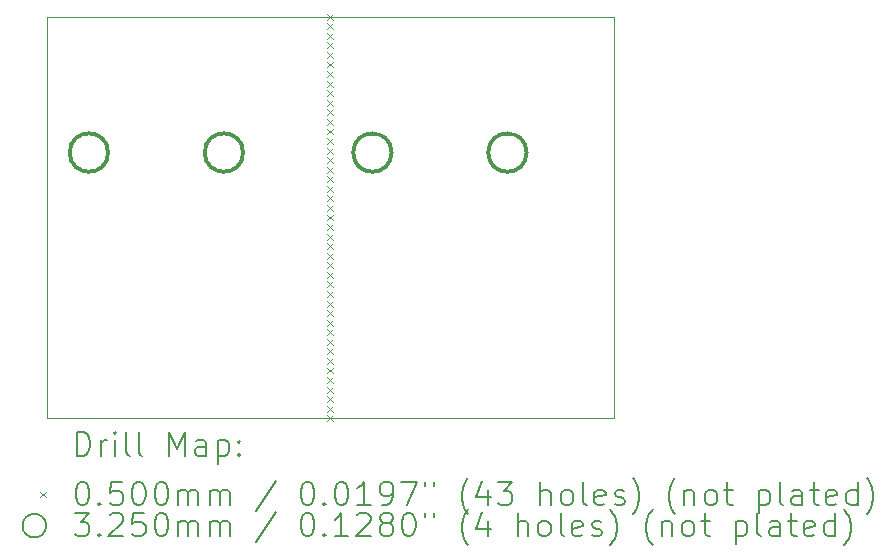
<source format=gbr>
%TF.GenerationSoftware,KiCad,Pcbnew,7.0.10*%
%TF.CreationDate,2025-01-30T23:55:26+01:00*%
%TF.ProjectId,DoublePanel_MouseBites,446f7562-6c65-4506-916e-656c5f4d6f75,rev?*%
%TF.SameCoordinates,Original*%
%TF.FileFunction,Drillmap*%
%TF.FilePolarity,Positive*%
%FSLAX45Y45*%
G04 Gerber Fmt 4.5, Leading zero omitted, Abs format (unit mm)*
G04 Created by KiCad (PCBNEW 7.0.10) date 2025-01-30 23:55:26*
%MOMM*%
%LPD*%
G01*
G04 APERTURE LIST*
%ADD10C,0.100000*%
%ADD11C,0.200000*%
%ADD12C,0.325000*%
G04 APERTURE END LIST*
D10*
X12450611Y-2000000D02*
X12450110Y-2000012D01*
X17249890Y-2000012D02*
X17249389Y-2000000D01*
X17250000Y-2000611D02*
X17249988Y-2000110D01*
X17250000Y-5399386D02*
X17250000Y-2000614D01*
X12450110Y-5399988D02*
X12450611Y-5400000D01*
X17249389Y-5400000D02*
X17249890Y-5399988D01*
X17249386Y-2000000D02*
X12450614Y-2000000D01*
X12450012Y-2000110D02*
X12450000Y-2000611D01*
X12450000Y-2000614D02*
X12450000Y-5399386D01*
X12450000Y-5399389D02*
X12450012Y-5399890D01*
X17249988Y-5399890D02*
X17250000Y-5399389D01*
X12450614Y-5400000D02*
X17249386Y-5400000D01*
D11*
D10*
X14825000Y-1975000D02*
X14875000Y-2025000D01*
X14875000Y-1975000D02*
X14825000Y-2025000D01*
X14825000Y-2055952D02*
X14875000Y-2105952D01*
X14875000Y-2055952D02*
X14825000Y-2105952D01*
X14825000Y-2136905D02*
X14875000Y-2186905D01*
X14875000Y-2136905D02*
X14825000Y-2186905D01*
X14825000Y-2217857D02*
X14875000Y-2267857D01*
X14875000Y-2217857D02*
X14825000Y-2267857D01*
X14825000Y-2298810D02*
X14875000Y-2348810D01*
X14875000Y-2298810D02*
X14825000Y-2348810D01*
X14825000Y-2379762D02*
X14875000Y-2429762D01*
X14875000Y-2379762D02*
X14825000Y-2429762D01*
X14825000Y-2460714D02*
X14875000Y-2510714D01*
X14875000Y-2460714D02*
X14825000Y-2510714D01*
X14825000Y-2541667D02*
X14875000Y-2591667D01*
X14875000Y-2541667D02*
X14825000Y-2591667D01*
X14825000Y-2622619D02*
X14875000Y-2672619D01*
X14875000Y-2622619D02*
X14825000Y-2672619D01*
X14825000Y-2703572D02*
X14875000Y-2753572D01*
X14875000Y-2703572D02*
X14825000Y-2753572D01*
X14825000Y-2784524D02*
X14875000Y-2834524D01*
X14875000Y-2784524D02*
X14825000Y-2834524D01*
X14825000Y-2865476D02*
X14875000Y-2915476D01*
X14875000Y-2865476D02*
X14825000Y-2915476D01*
X14825000Y-2946429D02*
X14875000Y-2996429D01*
X14875000Y-2946429D02*
X14825000Y-2996429D01*
X14825000Y-3027381D02*
X14875000Y-3077381D01*
X14875000Y-3027381D02*
X14825000Y-3077381D01*
X14825000Y-3108333D02*
X14875000Y-3158333D01*
X14875000Y-3108333D02*
X14825000Y-3158333D01*
X14825000Y-3189286D02*
X14875000Y-3239286D01*
X14875000Y-3189286D02*
X14825000Y-3239286D01*
X14825000Y-3270238D02*
X14875000Y-3320238D01*
X14875000Y-3270238D02*
X14825000Y-3320238D01*
X14825000Y-3351190D02*
X14875000Y-3401190D01*
X14875000Y-3351190D02*
X14825000Y-3401190D01*
X14825000Y-3432143D02*
X14875000Y-3482143D01*
X14875000Y-3432143D02*
X14825000Y-3482143D01*
X14825000Y-3513095D02*
X14875000Y-3563095D01*
X14875000Y-3513095D02*
X14825000Y-3563095D01*
X14825000Y-3594048D02*
X14875000Y-3644048D01*
X14875000Y-3594048D02*
X14825000Y-3644048D01*
X14825000Y-3675000D02*
X14875000Y-3725000D01*
X14875000Y-3675000D02*
X14825000Y-3725000D01*
X14825000Y-3755952D02*
X14875000Y-3805952D01*
X14875000Y-3755952D02*
X14825000Y-3805952D01*
X14825000Y-3836905D02*
X14875000Y-3886905D01*
X14875000Y-3836905D02*
X14825000Y-3886905D01*
X14825000Y-3917857D02*
X14875000Y-3967857D01*
X14875000Y-3917857D02*
X14825000Y-3967857D01*
X14825000Y-3998809D02*
X14875000Y-4048809D01*
X14875000Y-3998809D02*
X14825000Y-4048809D01*
X14825000Y-4079762D02*
X14875000Y-4129762D01*
X14875000Y-4079762D02*
X14825000Y-4129762D01*
X14825000Y-4160714D02*
X14875000Y-4210714D01*
X14875000Y-4160714D02*
X14825000Y-4210714D01*
X14825000Y-4241667D02*
X14875000Y-4291667D01*
X14875000Y-4241667D02*
X14825000Y-4291667D01*
X14825000Y-4322619D02*
X14875000Y-4372619D01*
X14875000Y-4322619D02*
X14825000Y-4372619D01*
X14825000Y-4403571D02*
X14875000Y-4453571D01*
X14875000Y-4403571D02*
X14825000Y-4453571D01*
X14825000Y-4484524D02*
X14875000Y-4534524D01*
X14875000Y-4484524D02*
X14825000Y-4534524D01*
X14825000Y-4565476D02*
X14875000Y-4615476D01*
X14875000Y-4565476D02*
X14825000Y-4615476D01*
X14825000Y-4646429D02*
X14875000Y-4696429D01*
X14875000Y-4646429D02*
X14825000Y-4696429D01*
X14825000Y-4727381D02*
X14875000Y-4777381D01*
X14875000Y-4727381D02*
X14825000Y-4777381D01*
X14825000Y-4808333D02*
X14875000Y-4858333D01*
X14875000Y-4808333D02*
X14825000Y-4858333D01*
X14825000Y-4889286D02*
X14875000Y-4939286D01*
X14875000Y-4889286D02*
X14825000Y-4939286D01*
X14825000Y-4970238D02*
X14875000Y-5020238D01*
X14875000Y-4970238D02*
X14825000Y-5020238D01*
X14825000Y-5051190D02*
X14875000Y-5101190D01*
X14875000Y-5051190D02*
X14825000Y-5101190D01*
X14825000Y-5132143D02*
X14875000Y-5182143D01*
X14875000Y-5132143D02*
X14825000Y-5182143D01*
X14825000Y-5213095D02*
X14875000Y-5263095D01*
X14875000Y-5213095D02*
X14825000Y-5263095D01*
X14825000Y-5294048D02*
X14875000Y-5344048D01*
X14875000Y-5294048D02*
X14825000Y-5344048D01*
X14825000Y-5375000D02*
X14875000Y-5425000D01*
X14875000Y-5375000D02*
X14825000Y-5425000D01*
D12*
X12969500Y-3150000D02*
G75*
G03*
X12644500Y-3150000I-162500J0D01*
G01*
X12644500Y-3150000D02*
G75*
G03*
X12969500Y-3150000I162500J0D01*
G01*
X14112500Y-3150000D02*
G75*
G03*
X13787500Y-3150000I-162500J0D01*
G01*
X13787500Y-3150000D02*
G75*
G03*
X14112500Y-3150000I162500J0D01*
G01*
X15369500Y-3150000D02*
G75*
G03*
X15044500Y-3150000I-162500J0D01*
G01*
X15044500Y-3150000D02*
G75*
G03*
X15369500Y-3150000I162500J0D01*
G01*
X16512500Y-3150000D02*
G75*
G03*
X16187500Y-3150000I-162500J0D01*
G01*
X16187500Y-3150000D02*
G75*
G03*
X16512500Y-3150000I162500J0D01*
G01*
D11*
X12705777Y-5716484D02*
X12705777Y-5516484D01*
X12705777Y-5516484D02*
X12753396Y-5516484D01*
X12753396Y-5516484D02*
X12781967Y-5526008D01*
X12781967Y-5526008D02*
X12801015Y-5545055D01*
X12801015Y-5545055D02*
X12810539Y-5564103D01*
X12810539Y-5564103D02*
X12820062Y-5602198D01*
X12820062Y-5602198D02*
X12820062Y-5630769D01*
X12820062Y-5630769D02*
X12810539Y-5668865D01*
X12810539Y-5668865D02*
X12801015Y-5687912D01*
X12801015Y-5687912D02*
X12781967Y-5706960D01*
X12781967Y-5706960D02*
X12753396Y-5716484D01*
X12753396Y-5716484D02*
X12705777Y-5716484D01*
X12905777Y-5716484D02*
X12905777Y-5583150D01*
X12905777Y-5621246D02*
X12915301Y-5602198D01*
X12915301Y-5602198D02*
X12924824Y-5592674D01*
X12924824Y-5592674D02*
X12943872Y-5583150D01*
X12943872Y-5583150D02*
X12962920Y-5583150D01*
X13029586Y-5716484D02*
X13029586Y-5583150D01*
X13029586Y-5516484D02*
X13020062Y-5526008D01*
X13020062Y-5526008D02*
X13029586Y-5535531D01*
X13029586Y-5535531D02*
X13039110Y-5526008D01*
X13039110Y-5526008D02*
X13029586Y-5516484D01*
X13029586Y-5516484D02*
X13029586Y-5535531D01*
X13153396Y-5716484D02*
X13134348Y-5706960D01*
X13134348Y-5706960D02*
X13124824Y-5687912D01*
X13124824Y-5687912D02*
X13124824Y-5516484D01*
X13258158Y-5716484D02*
X13239110Y-5706960D01*
X13239110Y-5706960D02*
X13229586Y-5687912D01*
X13229586Y-5687912D02*
X13229586Y-5516484D01*
X13486729Y-5716484D02*
X13486729Y-5516484D01*
X13486729Y-5516484D02*
X13553396Y-5659341D01*
X13553396Y-5659341D02*
X13620062Y-5516484D01*
X13620062Y-5516484D02*
X13620062Y-5716484D01*
X13801015Y-5716484D02*
X13801015Y-5611722D01*
X13801015Y-5611722D02*
X13791491Y-5592674D01*
X13791491Y-5592674D02*
X13772443Y-5583150D01*
X13772443Y-5583150D02*
X13734348Y-5583150D01*
X13734348Y-5583150D02*
X13715301Y-5592674D01*
X13801015Y-5706960D02*
X13781967Y-5716484D01*
X13781967Y-5716484D02*
X13734348Y-5716484D01*
X13734348Y-5716484D02*
X13715301Y-5706960D01*
X13715301Y-5706960D02*
X13705777Y-5687912D01*
X13705777Y-5687912D02*
X13705777Y-5668865D01*
X13705777Y-5668865D02*
X13715301Y-5649817D01*
X13715301Y-5649817D02*
X13734348Y-5640293D01*
X13734348Y-5640293D02*
X13781967Y-5640293D01*
X13781967Y-5640293D02*
X13801015Y-5630769D01*
X13896253Y-5583150D02*
X13896253Y-5783150D01*
X13896253Y-5592674D02*
X13915301Y-5583150D01*
X13915301Y-5583150D02*
X13953396Y-5583150D01*
X13953396Y-5583150D02*
X13972443Y-5592674D01*
X13972443Y-5592674D02*
X13981967Y-5602198D01*
X13981967Y-5602198D02*
X13991491Y-5621246D01*
X13991491Y-5621246D02*
X13991491Y-5678388D01*
X13991491Y-5678388D02*
X13981967Y-5697436D01*
X13981967Y-5697436D02*
X13972443Y-5706960D01*
X13972443Y-5706960D02*
X13953396Y-5716484D01*
X13953396Y-5716484D02*
X13915301Y-5716484D01*
X13915301Y-5716484D02*
X13896253Y-5706960D01*
X14077205Y-5697436D02*
X14086729Y-5706960D01*
X14086729Y-5706960D02*
X14077205Y-5716484D01*
X14077205Y-5716484D02*
X14067682Y-5706960D01*
X14067682Y-5706960D02*
X14077205Y-5697436D01*
X14077205Y-5697436D02*
X14077205Y-5716484D01*
X14077205Y-5592674D02*
X14086729Y-5602198D01*
X14086729Y-5602198D02*
X14077205Y-5611722D01*
X14077205Y-5611722D02*
X14067682Y-5602198D01*
X14067682Y-5602198D02*
X14077205Y-5592674D01*
X14077205Y-5592674D02*
X14077205Y-5611722D01*
D10*
X12395000Y-6020000D02*
X12445000Y-6070000D01*
X12445000Y-6020000D02*
X12395000Y-6070000D01*
D11*
X12743872Y-5936484D02*
X12762920Y-5936484D01*
X12762920Y-5936484D02*
X12781967Y-5946008D01*
X12781967Y-5946008D02*
X12791491Y-5955531D01*
X12791491Y-5955531D02*
X12801015Y-5974579D01*
X12801015Y-5974579D02*
X12810539Y-6012674D01*
X12810539Y-6012674D02*
X12810539Y-6060293D01*
X12810539Y-6060293D02*
X12801015Y-6098388D01*
X12801015Y-6098388D02*
X12791491Y-6117436D01*
X12791491Y-6117436D02*
X12781967Y-6126960D01*
X12781967Y-6126960D02*
X12762920Y-6136484D01*
X12762920Y-6136484D02*
X12743872Y-6136484D01*
X12743872Y-6136484D02*
X12724824Y-6126960D01*
X12724824Y-6126960D02*
X12715301Y-6117436D01*
X12715301Y-6117436D02*
X12705777Y-6098388D01*
X12705777Y-6098388D02*
X12696253Y-6060293D01*
X12696253Y-6060293D02*
X12696253Y-6012674D01*
X12696253Y-6012674D02*
X12705777Y-5974579D01*
X12705777Y-5974579D02*
X12715301Y-5955531D01*
X12715301Y-5955531D02*
X12724824Y-5946008D01*
X12724824Y-5946008D02*
X12743872Y-5936484D01*
X12896253Y-6117436D02*
X12905777Y-6126960D01*
X12905777Y-6126960D02*
X12896253Y-6136484D01*
X12896253Y-6136484D02*
X12886729Y-6126960D01*
X12886729Y-6126960D02*
X12896253Y-6117436D01*
X12896253Y-6117436D02*
X12896253Y-6136484D01*
X13086729Y-5936484D02*
X12991491Y-5936484D01*
X12991491Y-5936484D02*
X12981967Y-6031722D01*
X12981967Y-6031722D02*
X12991491Y-6022198D01*
X12991491Y-6022198D02*
X13010539Y-6012674D01*
X13010539Y-6012674D02*
X13058158Y-6012674D01*
X13058158Y-6012674D02*
X13077205Y-6022198D01*
X13077205Y-6022198D02*
X13086729Y-6031722D01*
X13086729Y-6031722D02*
X13096253Y-6050769D01*
X13096253Y-6050769D02*
X13096253Y-6098388D01*
X13096253Y-6098388D02*
X13086729Y-6117436D01*
X13086729Y-6117436D02*
X13077205Y-6126960D01*
X13077205Y-6126960D02*
X13058158Y-6136484D01*
X13058158Y-6136484D02*
X13010539Y-6136484D01*
X13010539Y-6136484D02*
X12991491Y-6126960D01*
X12991491Y-6126960D02*
X12981967Y-6117436D01*
X13220062Y-5936484D02*
X13239110Y-5936484D01*
X13239110Y-5936484D02*
X13258158Y-5946008D01*
X13258158Y-5946008D02*
X13267682Y-5955531D01*
X13267682Y-5955531D02*
X13277205Y-5974579D01*
X13277205Y-5974579D02*
X13286729Y-6012674D01*
X13286729Y-6012674D02*
X13286729Y-6060293D01*
X13286729Y-6060293D02*
X13277205Y-6098388D01*
X13277205Y-6098388D02*
X13267682Y-6117436D01*
X13267682Y-6117436D02*
X13258158Y-6126960D01*
X13258158Y-6126960D02*
X13239110Y-6136484D01*
X13239110Y-6136484D02*
X13220062Y-6136484D01*
X13220062Y-6136484D02*
X13201015Y-6126960D01*
X13201015Y-6126960D02*
X13191491Y-6117436D01*
X13191491Y-6117436D02*
X13181967Y-6098388D01*
X13181967Y-6098388D02*
X13172443Y-6060293D01*
X13172443Y-6060293D02*
X13172443Y-6012674D01*
X13172443Y-6012674D02*
X13181967Y-5974579D01*
X13181967Y-5974579D02*
X13191491Y-5955531D01*
X13191491Y-5955531D02*
X13201015Y-5946008D01*
X13201015Y-5946008D02*
X13220062Y-5936484D01*
X13410539Y-5936484D02*
X13429586Y-5936484D01*
X13429586Y-5936484D02*
X13448634Y-5946008D01*
X13448634Y-5946008D02*
X13458158Y-5955531D01*
X13458158Y-5955531D02*
X13467682Y-5974579D01*
X13467682Y-5974579D02*
X13477205Y-6012674D01*
X13477205Y-6012674D02*
X13477205Y-6060293D01*
X13477205Y-6060293D02*
X13467682Y-6098388D01*
X13467682Y-6098388D02*
X13458158Y-6117436D01*
X13458158Y-6117436D02*
X13448634Y-6126960D01*
X13448634Y-6126960D02*
X13429586Y-6136484D01*
X13429586Y-6136484D02*
X13410539Y-6136484D01*
X13410539Y-6136484D02*
X13391491Y-6126960D01*
X13391491Y-6126960D02*
X13381967Y-6117436D01*
X13381967Y-6117436D02*
X13372443Y-6098388D01*
X13372443Y-6098388D02*
X13362920Y-6060293D01*
X13362920Y-6060293D02*
X13362920Y-6012674D01*
X13362920Y-6012674D02*
X13372443Y-5974579D01*
X13372443Y-5974579D02*
X13381967Y-5955531D01*
X13381967Y-5955531D02*
X13391491Y-5946008D01*
X13391491Y-5946008D02*
X13410539Y-5936484D01*
X13562920Y-6136484D02*
X13562920Y-6003150D01*
X13562920Y-6022198D02*
X13572443Y-6012674D01*
X13572443Y-6012674D02*
X13591491Y-6003150D01*
X13591491Y-6003150D02*
X13620063Y-6003150D01*
X13620063Y-6003150D02*
X13639110Y-6012674D01*
X13639110Y-6012674D02*
X13648634Y-6031722D01*
X13648634Y-6031722D02*
X13648634Y-6136484D01*
X13648634Y-6031722D02*
X13658158Y-6012674D01*
X13658158Y-6012674D02*
X13677205Y-6003150D01*
X13677205Y-6003150D02*
X13705777Y-6003150D01*
X13705777Y-6003150D02*
X13724824Y-6012674D01*
X13724824Y-6012674D02*
X13734348Y-6031722D01*
X13734348Y-6031722D02*
X13734348Y-6136484D01*
X13829586Y-6136484D02*
X13829586Y-6003150D01*
X13829586Y-6022198D02*
X13839110Y-6012674D01*
X13839110Y-6012674D02*
X13858158Y-6003150D01*
X13858158Y-6003150D02*
X13886729Y-6003150D01*
X13886729Y-6003150D02*
X13905777Y-6012674D01*
X13905777Y-6012674D02*
X13915301Y-6031722D01*
X13915301Y-6031722D02*
X13915301Y-6136484D01*
X13915301Y-6031722D02*
X13924824Y-6012674D01*
X13924824Y-6012674D02*
X13943872Y-6003150D01*
X13943872Y-6003150D02*
X13972443Y-6003150D01*
X13972443Y-6003150D02*
X13991491Y-6012674D01*
X13991491Y-6012674D02*
X14001015Y-6031722D01*
X14001015Y-6031722D02*
X14001015Y-6136484D01*
X14391491Y-5926960D02*
X14220063Y-6184103D01*
X14648634Y-5936484D02*
X14667682Y-5936484D01*
X14667682Y-5936484D02*
X14686729Y-5946008D01*
X14686729Y-5946008D02*
X14696253Y-5955531D01*
X14696253Y-5955531D02*
X14705777Y-5974579D01*
X14705777Y-5974579D02*
X14715301Y-6012674D01*
X14715301Y-6012674D02*
X14715301Y-6060293D01*
X14715301Y-6060293D02*
X14705777Y-6098388D01*
X14705777Y-6098388D02*
X14696253Y-6117436D01*
X14696253Y-6117436D02*
X14686729Y-6126960D01*
X14686729Y-6126960D02*
X14667682Y-6136484D01*
X14667682Y-6136484D02*
X14648634Y-6136484D01*
X14648634Y-6136484D02*
X14629586Y-6126960D01*
X14629586Y-6126960D02*
X14620063Y-6117436D01*
X14620063Y-6117436D02*
X14610539Y-6098388D01*
X14610539Y-6098388D02*
X14601015Y-6060293D01*
X14601015Y-6060293D02*
X14601015Y-6012674D01*
X14601015Y-6012674D02*
X14610539Y-5974579D01*
X14610539Y-5974579D02*
X14620063Y-5955531D01*
X14620063Y-5955531D02*
X14629586Y-5946008D01*
X14629586Y-5946008D02*
X14648634Y-5936484D01*
X14801015Y-6117436D02*
X14810539Y-6126960D01*
X14810539Y-6126960D02*
X14801015Y-6136484D01*
X14801015Y-6136484D02*
X14791491Y-6126960D01*
X14791491Y-6126960D02*
X14801015Y-6117436D01*
X14801015Y-6117436D02*
X14801015Y-6136484D01*
X14934348Y-5936484D02*
X14953396Y-5936484D01*
X14953396Y-5936484D02*
X14972444Y-5946008D01*
X14972444Y-5946008D02*
X14981967Y-5955531D01*
X14981967Y-5955531D02*
X14991491Y-5974579D01*
X14991491Y-5974579D02*
X15001015Y-6012674D01*
X15001015Y-6012674D02*
X15001015Y-6060293D01*
X15001015Y-6060293D02*
X14991491Y-6098388D01*
X14991491Y-6098388D02*
X14981967Y-6117436D01*
X14981967Y-6117436D02*
X14972444Y-6126960D01*
X14972444Y-6126960D02*
X14953396Y-6136484D01*
X14953396Y-6136484D02*
X14934348Y-6136484D01*
X14934348Y-6136484D02*
X14915301Y-6126960D01*
X14915301Y-6126960D02*
X14905777Y-6117436D01*
X14905777Y-6117436D02*
X14896253Y-6098388D01*
X14896253Y-6098388D02*
X14886729Y-6060293D01*
X14886729Y-6060293D02*
X14886729Y-6012674D01*
X14886729Y-6012674D02*
X14896253Y-5974579D01*
X14896253Y-5974579D02*
X14905777Y-5955531D01*
X14905777Y-5955531D02*
X14915301Y-5946008D01*
X14915301Y-5946008D02*
X14934348Y-5936484D01*
X15191491Y-6136484D02*
X15077206Y-6136484D01*
X15134348Y-6136484D02*
X15134348Y-5936484D01*
X15134348Y-5936484D02*
X15115301Y-5965055D01*
X15115301Y-5965055D02*
X15096253Y-5984103D01*
X15096253Y-5984103D02*
X15077206Y-5993627D01*
X15286729Y-6136484D02*
X15324825Y-6136484D01*
X15324825Y-6136484D02*
X15343872Y-6126960D01*
X15343872Y-6126960D02*
X15353396Y-6117436D01*
X15353396Y-6117436D02*
X15372444Y-6088865D01*
X15372444Y-6088865D02*
X15381967Y-6050769D01*
X15381967Y-6050769D02*
X15381967Y-5974579D01*
X15381967Y-5974579D02*
X15372444Y-5955531D01*
X15372444Y-5955531D02*
X15362920Y-5946008D01*
X15362920Y-5946008D02*
X15343872Y-5936484D01*
X15343872Y-5936484D02*
X15305777Y-5936484D01*
X15305777Y-5936484D02*
X15286729Y-5946008D01*
X15286729Y-5946008D02*
X15277206Y-5955531D01*
X15277206Y-5955531D02*
X15267682Y-5974579D01*
X15267682Y-5974579D02*
X15267682Y-6022198D01*
X15267682Y-6022198D02*
X15277206Y-6041246D01*
X15277206Y-6041246D02*
X15286729Y-6050769D01*
X15286729Y-6050769D02*
X15305777Y-6060293D01*
X15305777Y-6060293D02*
X15343872Y-6060293D01*
X15343872Y-6060293D02*
X15362920Y-6050769D01*
X15362920Y-6050769D02*
X15372444Y-6041246D01*
X15372444Y-6041246D02*
X15381967Y-6022198D01*
X15448634Y-5936484D02*
X15581967Y-5936484D01*
X15581967Y-5936484D02*
X15496253Y-6136484D01*
X15648634Y-5936484D02*
X15648634Y-5974579D01*
X15724825Y-5936484D02*
X15724825Y-5974579D01*
X16020063Y-6212674D02*
X16010539Y-6203150D01*
X16010539Y-6203150D02*
X15991491Y-6174579D01*
X15991491Y-6174579D02*
X15981968Y-6155531D01*
X15981968Y-6155531D02*
X15972444Y-6126960D01*
X15972444Y-6126960D02*
X15962920Y-6079341D01*
X15962920Y-6079341D02*
X15962920Y-6041246D01*
X15962920Y-6041246D02*
X15972444Y-5993627D01*
X15972444Y-5993627D02*
X15981968Y-5965055D01*
X15981968Y-5965055D02*
X15991491Y-5946008D01*
X15991491Y-5946008D02*
X16010539Y-5917436D01*
X16010539Y-5917436D02*
X16020063Y-5907912D01*
X16181968Y-6003150D02*
X16181968Y-6136484D01*
X16134348Y-5926960D02*
X16086729Y-6069817D01*
X16086729Y-6069817D02*
X16210539Y-6069817D01*
X16267682Y-5936484D02*
X16391491Y-5936484D01*
X16391491Y-5936484D02*
X16324825Y-6012674D01*
X16324825Y-6012674D02*
X16353396Y-6012674D01*
X16353396Y-6012674D02*
X16372444Y-6022198D01*
X16372444Y-6022198D02*
X16381968Y-6031722D01*
X16381968Y-6031722D02*
X16391491Y-6050769D01*
X16391491Y-6050769D02*
X16391491Y-6098388D01*
X16391491Y-6098388D02*
X16381968Y-6117436D01*
X16381968Y-6117436D02*
X16372444Y-6126960D01*
X16372444Y-6126960D02*
X16353396Y-6136484D01*
X16353396Y-6136484D02*
X16296253Y-6136484D01*
X16296253Y-6136484D02*
X16277206Y-6126960D01*
X16277206Y-6126960D02*
X16267682Y-6117436D01*
X16629587Y-6136484D02*
X16629587Y-5936484D01*
X16715301Y-6136484D02*
X16715301Y-6031722D01*
X16715301Y-6031722D02*
X16705777Y-6012674D01*
X16705777Y-6012674D02*
X16686730Y-6003150D01*
X16686730Y-6003150D02*
X16658158Y-6003150D01*
X16658158Y-6003150D02*
X16639110Y-6012674D01*
X16639110Y-6012674D02*
X16629587Y-6022198D01*
X16839111Y-6136484D02*
X16820063Y-6126960D01*
X16820063Y-6126960D02*
X16810539Y-6117436D01*
X16810539Y-6117436D02*
X16801015Y-6098388D01*
X16801015Y-6098388D02*
X16801015Y-6041246D01*
X16801015Y-6041246D02*
X16810539Y-6022198D01*
X16810539Y-6022198D02*
X16820063Y-6012674D01*
X16820063Y-6012674D02*
X16839111Y-6003150D01*
X16839111Y-6003150D02*
X16867682Y-6003150D01*
X16867682Y-6003150D02*
X16886730Y-6012674D01*
X16886730Y-6012674D02*
X16896253Y-6022198D01*
X16896253Y-6022198D02*
X16905777Y-6041246D01*
X16905777Y-6041246D02*
X16905777Y-6098388D01*
X16905777Y-6098388D02*
X16896253Y-6117436D01*
X16896253Y-6117436D02*
X16886730Y-6126960D01*
X16886730Y-6126960D02*
X16867682Y-6136484D01*
X16867682Y-6136484D02*
X16839111Y-6136484D01*
X17020063Y-6136484D02*
X17001015Y-6126960D01*
X17001015Y-6126960D02*
X16991492Y-6107912D01*
X16991492Y-6107912D02*
X16991492Y-5936484D01*
X17172444Y-6126960D02*
X17153396Y-6136484D01*
X17153396Y-6136484D02*
X17115301Y-6136484D01*
X17115301Y-6136484D02*
X17096253Y-6126960D01*
X17096253Y-6126960D02*
X17086730Y-6107912D01*
X17086730Y-6107912D02*
X17086730Y-6031722D01*
X17086730Y-6031722D02*
X17096253Y-6012674D01*
X17096253Y-6012674D02*
X17115301Y-6003150D01*
X17115301Y-6003150D02*
X17153396Y-6003150D01*
X17153396Y-6003150D02*
X17172444Y-6012674D01*
X17172444Y-6012674D02*
X17181968Y-6031722D01*
X17181968Y-6031722D02*
X17181968Y-6050769D01*
X17181968Y-6050769D02*
X17086730Y-6069817D01*
X17258158Y-6126960D02*
X17277206Y-6136484D01*
X17277206Y-6136484D02*
X17315301Y-6136484D01*
X17315301Y-6136484D02*
X17334349Y-6126960D01*
X17334349Y-6126960D02*
X17343873Y-6107912D01*
X17343873Y-6107912D02*
X17343873Y-6098388D01*
X17343873Y-6098388D02*
X17334349Y-6079341D01*
X17334349Y-6079341D02*
X17315301Y-6069817D01*
X17315301Y-6069817D02*
X17286730Y-6069817D01*
X17286730Y-6069817D02*
X17267682Y-6060293D01*
X17267682Y-6060293D02*
X17258158Y-6041246D01*
X17258158Y-6041246D02*
X17258158Y-6031722D01*
X17258158Y-6031722D02*
X17267682Y-6012674D01*
X17267682Y-6012674D02*
X17286730Y-6003150D01*
X17286730Y-6003150D02*
X17315301Y-6003150D01*
X17315301Y-6003150D02*
X17334349Y-6012674D01*
X17410539Y-6212674D02*
X17420063Y-6203150D01*
X17420063Y-6203150D02*
X17439111Y-6174579D01*
X17439111Y-6174579D02*
X17448634Y-6155531D01*
X17448634Y-6155531D02*
X17458158Y-6126960D01*
X17458158Y-6126960D02*
X17467682Y-6079341D01*
X17467682Y-6079341D02*
X17467682Y-6041246D01*
X17467682Y-6041246D02*
X17458158Y-5993627D01*
X17458158Y-5993627D02*
X17448634Y-5965055D01*
X17448634Y-5965055D02*
X17439111Y-5946008D01*
X17439111Y-5946008D02*
X17420063Y-5917436D01*
X17420063Y-5917436D02*
X17410539Y-5907912D01*
X17772444Y-6212674D02*
X17762920Y-6203150D01*
X17762920Y-6203150D02*
X17743873Y-6174579D01*
X17743873Y-6174579D02*
X17734349Y-6155531D01*
X17734349Y-6155531D02*
X17724825Y-6126960D01*
X17724825Y-6126960D02*
X17715301Y-6079341D01*
X17715301Y-6079341D02*
X17715301Y-6041246D01*
X17715301Y-6041246D02*
X17724825Y-5993627D01*
X17724825Y-5993627D02*
X17734349Y-5965055D01*
X17734349Y-5965055D02*
X17743873Y-5946008D01*
X17743873Y-5946008D02*
X17762920Y-5917436D01*
X17762920Y-5917436D02*
X17772444Y-5907912D01*
X17848634Y-6003150D02*
X17848634Y-6136484D01*
X17848634Y-6022198D02*
X17858158Y-6012674D01*
X17858158Y-6012674D02*
X17877206Y-6003150D01*
X17877206Y-6003150D02*
X17905777Y-6003150D01*
X17905777Y-6003150D02*
X17924825Y-6012674D01*
X17924825Y-6012674D02*
X17934349Y-6031722D01*
X17934349Y-6031722D02*
X17934349Y-6136484D01*
X18058158Y-6136484D02*
X18039111Y-6126960D01*
X18039111Y-6126960D02*
X18029587Y-6117436D01*
X18029587Y-6117436D02*
X18020063Y-6098388D01*
X18020063Y-6098388D02*
X18020063Y-6041246D01*
X18020063Y-6041246D02*
X18029587Y-6022198D01*
X18029587Y-6022198D02*
X18039111Y-6012674D01*
X18039111Y-6012674D02*
X18058158Y-6003150D01*
X18058158Y-6003150D02*
X18086730Y-6003150D01*
X18086730Y-6003150D02*
X18105777Y-6012674D01*
X18105777Y-6012674D02*
X18115301Y-6022198D01*
X18115301Y-6022198D02*
X18124825Y-6041246D01*
X18124825Y-6041246D02*
X18124825Y-6098388D01*
X18124825Y-6098388D02*
X18115301Y-6117436D01*
X18115301Y-6117436D02*
X18105777Y-6126960D01*
X18105777Y-6126960D02*
X18086730Y-6136484D01*
X18086730Y-6136484D02*
X18058158Y-6136484D01*
X18181968Y-6003150D02*
X18258158Y-6003150D01*
X18210539Y-5936484D02*
X18210539Y-6107912D01*
X18210539Y-6107912D02*
X18220063Y-6126960D01*
X18220063Y-6126960D02*
X18239111Y-6136484D01*
X18239111Y-6136484D02*
X18258158Y-6136484D01*
X18477206Y-6003150D02*
X18477206Y-6203150D01*
X18477206Y-6012674D02*
X18496254Y-6003150D01*
X18496254Y-6003150D02*
X18534349Y-6003150D01*
X18534349Y-6003150D02*
X18553396Y-6012674D01*
X18553396Y-6012674D02*
X18562920Y-6022198D01*
X18562920Y-6022198D02*
X18572444Y-6041246D01*
X18572444Y-6041246D02*
X18572444Y-6098388D01*
X18572444Y-6098388D02*
X18562920Y-6117436D01*
X18562920Y-6117436D02*
X18553396Y-6126960D01*
X18553396Y-6126960D02*
X18534349Y-6136484D01*
X18534349Y-6136484D02*
X18496254Y-6136484D01*
X18496254Y-6136484D02*
X18477206Y-6126960D01*
X18686730Y-6136484D02*
X18667682Y-6126960D01*
X18667682Y-6126960D02*
X18658158Y-6107912D01*
X18658158Y-6107912D02*
X18658158Y-5936484D01*
X18848635Y-6136484D02*
X18848635Y-6031722D01*
X18848635Y-6031722D02*
X18839111Y-6012674D01*
X18839111Y-6012674D02*
X18820063Y-6003150D01*
X18820063Y-6003150D02*
X18781968Y-6003150D01*
X18781968Y-6003150D02*
X18762920Y-6012674D01*
X18848635Y-6126960D02*
X18829587Y-6136484D01*
X18829587Y-6136484D02*
X18781968Y-6136484D01*
X18781968Y-6136484D02*
X18762920Y-6126960D01*
X18762920Y-6126960D02*
X18753396Y-6107912D01*
X18753396Y-6107912D02*
X18753396Y-6088865D01*
X18753396Y-6088865D02*
X18762920Y-6069817D01*
X18762920Y-6069817D02*
X18781968Y-6060293D01*
X18781968Y-6060293D02*
X18829587Y-6060293D01*
X18829587Y-6060293D02*
X18848635Y-6050769D01*
X18915301Y-6003150D02*
X18991492Y-6003150D01*
X18943873Y-5936484D02*
X18943873Y-6107912D01*
X18943873Y-6107912D02*
X18953396Y-6126960D01*
X18953396Y-6126960D02*
X18972444Y-6136484D01*
X18972444Y-6136484D02*
X18991492Y-6136484D01*
X19134349Y-6126960D02*
X19115301Y-6136484D01*
X19115301Y-6136484D02*
X19077206Y-6136484D01*
X19077206Y-6136484D02*
X19058158Y-6126960D01*
X19058158Y-6126960D02*
X19048635Y-6107912D01*
X19048635Y-6107912D02*
X19048635Y-6031722D01*
X19048635Y-6031722D02*
X19058158Y-6012674D01*
X19058158Y-6012674D02*
X19077206Y-6003150D01*
X19077206Y-6003150D02*
X19115301Y-6003150D01*
X19115301Y-6003150D02*
X19134349Y-6012674D01*
X19134349Y-6012674D02*
X19143873Y-6031722D01*
X19143873Y-6031722D02*
X19143873Y-6050769D01*
X19143873Y-6050769D02*
X19048635Y-6069817D01*
X19315301Y-6136484D02*
X19315301Y-5936484D01*
X19315301Y-6126960D02*
X19296254Y-6136484D01*
X19296254Y-6136484D02*
X19258158Y-6136484D01*
X19258158Y-6136484D02*
X19239111Y-6126960D01*
X19239111Y-6126960D02*
X19229587Y-6117436D01*
X19229587Y-6117436D02*
X19220063Y-6098388D01*
X19220063Y-6098388D02*
X19220063Y-6041246D01*
X19220063Y-6041246D02*
X19229587Y-6022198D01*
X19229587Y-6022198D02*
X19239111Y-6012674D01*
X19239111Y-6012674D02*
X19258158Y-6003150D01*
X19258158Y-6003150D02*
X19296254Y-6003150D01*
X19296254Y-6003150D02*
X19315301Y-6012674D01*
X19391492Y-6212674D02*
X19401016Y-6203150D01*
X19401016Y-6203150D02*
X19420063Y-6174579D01*
X19420063Y-6174579D02*
X19429587Y-6155531D01*
X19429587Y-6155531D02*
X19439111Y-6126960D01*
X19439111Y-6126960D02*
X19448635Y-6079341D01*
X19448635Y-6079341D02*
X19448635Y-6041246D01*
X19448635Y-6041246D02*
X19439111Y-5993627D01*
X19439111Y-5993627D02*
X19429587Y-5965055D01*
X19429587Y-5965055D02*
X19420063Y-5946008D01*
X19420063Y-5946008D02*
X19401016Y-5917436D01*
X19401016Y-5917436D02*
X19391492Y-5907912D01*
X12445000Y-6309000D02*
G75*
G03*
X12245000Y-6309000I-100000J0D01*
G01*
X12245000Y-6309000D02*
G75*
G03*
X12445000Y-6309000I100000J0D01*
G01*
X12686729Y-6200484D02*
X12810539Y-6200484D01*
X12810539Y-6200484D02*
X12743872Y-6276674D01*
X12743872Y-6276674D02*
X12772443Y-6276674D01*
X12772443Y-6276674D02*
X12791491Y-6286198D01*
X12791491Y-6286198D02*
X12801015Y-6295722D01*
X12801015Y-6295722D02*
X12810539Y-6314769D01*
X12810539Y-6314769D02*
X12810539Y-6362388D01*
X12810539Y-6362388D02*
X12801015Y-6381436D01*
X12801015Y-6381436D02*
X12791491Y-6390960D01*
X12791491Y-6390960D02*
X12772443Y-6400484D01*
X12772443Y-6400484D02*
X12715301Y-6400484D01*
X12715301Y-6400484D02*
X12696253Y-6390960D01*
X12696253Y-6390960D02*
X12686729Y-6381436D01*
X12896253Y-6381436D02*
X12905777Y-6390960D01*
X12905777Y-6390960D02*
X12896253Y-6400484D01*
X12896253Y-6400484D02*
X12886729Y-6390960D01*
X12886729Y-6390960D02*
X12896253Y-6381436D01*
X12896253Y-6381436D02*
X12896253Y-6400484D01*
X12981967Y-6219531D02*
X12991491Y-6210008D01*
X12991491Y-6210008D02*
X13010539Y-6200484D01*
X13010539Y-6200484D02*
X13058158Y-6200484D01*
X13058158Y-6200484D02*
X13077205Y-6210008D01*
X13077205Y-6210008D02*
X13086729Y-6219531D01*
X13086729Y-6219531D02*
X13096253Y-6238579D01*
X13096253Y-6238579D02*
X13096253Y-6257627D01*
X13096253Y-6257627D02*
X13086729Y-6286198D01*
X13086729Y-6286198D02*
X12972443Y-6400484D01*
X12972443Y-6400484D02*
X13096253Y-6400484D01*
X13277205Y-6200484D02*
X13181967Y-6200484D01*
X13181967Y-6200484D02*
X13172443Y-6295722D01*
X13172443Y-6295722D02*
X13181967Y-6286198D01*
X13181967Y-6286198D02*
X13201015Y-6276674D01*
X13201015Y-6276674D02*
X13248634Y-6276674D01*
X13248634Y-6276674D02*
X13267682Y-6286198D01*
X13267682Y-6286198D02*
X13277205Y-6295722D01*
X13277205Y-6295722D02*
X13286729Y-6314769D01*
X13286729Y-6314769D02*
X13286729Y-6362388D01*
X13286729Y-6362388D02*
X13277205Y-6381436D01*
X13277205Y-6381436D02*
X13267682Y-6390960D01*
X13267682Y-6390960D02*
X13248634Y-6400484D01*
X13248634Y-6400484D02*
X13201015Y-6400484D01*
X13201015Y-6400484D02*
X13181967Y-6390960D01*
X13181967Y-6390960D02*
X13172443Y-6381436D01*
X13410539Y-6200484D02*
X13429586Y-6200484D01*
X13429586Y-6200484D02*
X13448634Y-6210008D01*
X13448634Y-6210008D02*
X13458158Y-6219531D01*
X13458158Y-6219531D02*
X13467682Y-6238579D01*
X13467682Y-6238579D02*
X13477205Y-6276674D01*
X13477205Y-6276674D02*
X13477205Y-6324293D01*
X13477205Y-6324293D02*
X13467682Y-6362388D01*
X13467682Y-6362388D02*
X13458158Y-6381436D01*
X13458158Y-6381436D02*
X13448634Y-6390960D01*
X13448634Y-6390960D02*
X13429586Y-6400484D01*
X13429586Y-6400484D02*
X13410539Y-6400484D01*
X13410539Y-6400484D02*
X13391491Y-6390960D01*
X13391491Y-6390960D02*
X13381967Y-6381436D01*
X13381967Y-6381436D02*
X13372443Y-6362388D01*
X13372443Y-6362388D02*
X13362920Y-6324293D01*
X13362920Y-6324293D02*
X13362920Y-6276674D01*
X13362920Y-6276674D02*
X13372443Y-6238579D01*
X13372443Y-6238579D02*
X13381967Y-6219531D01*
X13381967Y-6219531D02*
X13391491Y-6210008D01*
X13391491Y-6210008D02*
X13410539Y-6200484D01*
X13562920Y-6400484D02*
X13562920Y-6267150D01*
X13562920Y-6286198D02*
X13572443Y-6276674D01*
X13572443Y-6276674D02*
X13591491Y-6267150D01*
X13591491Y-6267150D02*
X13620063Y-6267150D01*
X13620063Y-6267150D02*
X13639110Y-6276674D01*
X13639110Y-6276674D02*
X13648634Y-6295722D01*
X13648634Y-6295722D02*
X13648634Y-6400484D01*
X13648634Y-6295722D02*
X13658158Y-6276674D01*
X13658158Y-6276674D02*
X13677205Y-6267150D01*
X13677205Y-6267150D02*
X13705777Y-6267150D01*
X13705777Y-6267150D02*
X13724824Y-6276674D01*
X13724824Y-6276674D02*
X13734348Y-6295722D01*
X13734348Y-6295722D02*
X13734348Y-6400484D01*
X13829586Y-6400484D02*
X13829586Y-6267150D01*
X13829586Y-6286198D02*
X13839110Y-6276674D01*
X13839110Y-6276674D02*
X13858158Y-6267150D01*
X13858158Y-6267150D02*
X13886729Y-6267150D01*
X13886729Y-6267150D02*
X13905777Y-6276674D01*
X13905777Y-6276674D02*
X13915301Y-6295722D01*
X13915301Y-6295722D02*
X13915301Y-6400484D01*
X13915301Y-6295722D02*
X13924824Y-6276674D01*
X13924824Y-6276674D02*
X13943872Y-6267150D01*
X13943872Y-6267150D02*
X13972443Y-6267150D01*
X13972443Y-6267150D02*
X13991491Y-6276674D01*
X13991491Y-6276674D02*
X14001015Y-6295722D01*
X14001015Y-6295722D02*
X14001015Y-6400484D01*
X14391491Y-6190960D02*
X14220063Y-6448103D01*
X14648634Y-6200484D02*
X14667682Y-6200484D01*
X14667682Y-6200484D02*
X14686729Y-6210008D01*
X14686729Y-6210008D02*
X14696253Y-6219531D01*
X14696253Y-6219531D02*
X14705777Y-6238579D01*
X14705777Y-6238579D02*
X14715301Y-6276674D01*
X14715301Y-6276674D02*
X14715301Y-6324293D01*
X14715301Y-6324293D02*
X14705777Y-6362388D01*
X14705777Y-6362388D02*
X14696253Y-6381436D01*
X14696253Y-6381436D02*
X14686729Y-6390960D01*
X14686729Y-6390960D02*
X14667682Y-6400484D01*
X14667682Y-6400484D02*
X14648634Y-6400484D01*
X14648634Y-6400484D02*
X14629586Y-6390960D01*
X14629586Y-6390960D02*
X14620063Y-6381436D01*
X14620063Y-6381436D02*
X14610539Y-6362388D01*
X14610539Y-6362388D02*
X14601015Y-6324293D01*
X14601015Y-6324293D02*
X14601015Y-6276674D01*
X14601015Y-6276674D02*
X14610539Y-6238579D01*
X14610539Y-6238579D02*
X14620063Y-6219531D01*
X14620063Y-6219531D02*
X14629586Y-6210008D01*
X14629586Y-6210008D02*
X14648634Y-6200484D01*
X14801015Y-6381436D02*
X14810539Y-6390960D01*
X14810539Y-6390960D02*
X14801015Y-6400484D01*
X14801015Y-6400484D02*
X14791491Y-6390960D01*
X14791491Y-6390960D02*
X14801015Y-6381436D01*
X14801015Y-6381436D02*
X14801015Y-6400484D01*
X15001015Y-6400484D02*
X14886729Y-6400484D01*
X14943872Y-6400484D02*
X14943872Y-6200484D01*
X14943872Y-6200484D02*
X14924825Y-6229055D01*
X14924825Y-6229055D02*
X14905777Y-6248103D01*
X14905777Y-6248103D02*
X14886729Y-6257627D01*
X15077206Y-6219531D02*
X15086729Y-6210008D01*
X15086729Y-6210008D02*
X15105777Y-6200484D01*
X15105777Y-6200484D02*
X15153396Y-6200484D01*
X15153396Y-6200484D02*
X15172444Y-6210008D01*
X15172444Y-6210008D02*
X15181967Y-6219531D01*
X15181967Y-6219531D02*
X15191491Y-6238579D01*
X15191491Y-6238579D02*
X15191491Y-6257627D01*
X15191491Y-6257627D02*
X15181967Y-6286198D01*
X15181967Y-6286198D02*
X15067682Y-6400484D01*
X15067682Y-6400484D02*
X15191491Y-6400484D01*
X15305777Y-6286198D02*
X15286729Y-6276674D01*
X15286729Y-6276674D02*
X15277206Y-6267150D01*
X15277206Y-6267150D02*
X15267682Y-6248103D01*
X15267682Y-6248103D02*
X15267682Y-6238579D01*
X15267682Y-6238579D02*
X15277206Y-6219531D01*
X15277206Y-6219531D02*
X15286729Y-6210008D01*
X15286729Y-6210008D02*
X15305777Y-6200484D01*
X15305777Y-6200484D02*
X15343872Y-6200484D01*
X15343872Y-6200484D02*
X15362920Y-6210008D01*
X15362920Y-6210008D02*
X15372444Y-6219531D01*
X15372444Y-6219531D02*
X15381967Y-6238579D01*
X15381967Y-6238579D02*
X15381967Y-6248103D01*
X15381967Y-6248103D02*
X15372444Y-6267150D01*
X15372444Y-6267150D02*
X15362920Y-6276674D01*
X15362920Y-6276674D02*
X15343872Y-6286198D01*
X15343872Y-6286198D02*
X15305777Y-6286198D01*
X15305777Y-6286198D02*
X15286729Y-6295722D01*
X15286729Y-6295722D02*
X15277206Y-6305246D01*
X15277206Y-6305246D02*
X15267682Y-6324293D01*
X15267682Y-6324293D02*
X15267682Y-6362388D01*
X15267682Y-6362388D02*
X15277206Y-6381436D01*
X15277206Y-6381436D02*
X15286729Y-6390960D01*
X15286729Y-6390960D02*
X15305777Y-6400484D01*
X15305777Y-6400484D02*
X15343872Y-6400484D01*
X15343872Y-6400484D02*
X15362920Y-6390960D01*
X15362920Y-6390960D02*
X15372444Y-6381436D01*
X15372444Y-6381436D02*
X15381967Y-6362388D01*
X15381967Y-6362388D02*
X15381967Y-6324293D01*
X15381967Y-6324293D02*
X15372444Y-6305246D01*
X15372444Y-6305246D02*
X15362920Y-6295722D01*
X15362920Y-6295722D02*
X15343872Y-6286198D01*
X15505777Y-6200484D02*
X15524825Y-6200484D01*
X15524825Y-6200484D02*
X15543872Y-6210008D01*
X15543872Y-6210008D02*
X15553396Y-6219531D01*
X15553396Y-6219531D02*
X15562920Y-6238579D01*
X15562920Y-6238579D02*
X15572444Y-6276674D01*
X15572444Y-6276674D02*
X15572444Y-6324293D01*
X15572444Y-6324293D02*
X15562920Y-6362388D01*
X15562920Y-6362388D02*
X15553396Y-6381436D01*
X15553396Y-6381436D02*
X15543872Y-6390960D01*
X15543872Y-6390960D02*
X15524825Y-6400484D01*
X15524825Y-6400484D02*
X15505777Y-6400484D01*
X15505777Y-6400484D02*
X15486729Y-6390960D01*
X15486729Y-6390960D02*
X15477206Y-6381436D01*
X15477206Y-6381436D02*
X15467682Y-6362388D01*
X15467682Y-6362388D02*
X15458158Y-6324293D01*
X15458158Y-6324293D02*
X15458158Y-6276674D01*
X15458158Y-6276674D02*
X15467682Y-6238579D01*
X15467682Y-6238579D02*
X15477206Y-6219531D01*
X15477206Y-6219531D02*
X15486729Y-6210008D01*
X15486729Y-6210008D02*
X15505777Y-6200484D01*
X15648634Y-6200484D02*
X15648634Y-6238579D01*
X15724825Y-6200484D02*
X15724825Y-6238579D01*
X16020063Y-6476674D02*
X16010539Y-6467150D01*
X16010539Y-6467150D02*
X15991491Y-6438579D01*
X15991491Y-6438579D02*
X15981968Y-6419531D01*
X15981968Y-6419531D02*
X15972444Y-6390960D01*
X15972444Y-6390960D02*
X15962920Y-6343341D01*
X15962920Y-6343341D02*
X15962920Y-6305246D01*
X15962920Y-6305246D02*
X15972444Y-6257627D01*
X15972444Y-6257627D02*
X15981968Y-6229055D01*
X15981968Y-6229055D02*
X15991491Y-6210008D01*
X15991491Y-6210008D02*
X16010539Y-6181436D01*
X16010539Y-6181436D02*
X16020063Y-6171912D01*
X16181968Y-6267150D02*
X16181968Y-6400484D01*
X16134348Y-6190960D02*
X16086729Y-6333817D01*
X16086729Y-6333817D02*
X16210539Y-6333817D01*
X16439110Y-6400484D02*
X16439110Y-6200484D01*
X16524825Y-6400484D02*
X16524825Y-6295722D01*
X16524825Y-6295722D02*
X16515301Y-6276674D01*
X16515301Y-6276674D02*
X16496253Y-6267150D01*
X16496253Y-6267150D02*
X16467682Y-6267150D01*
X16467682Y-6267150D02*
X16448634Y-6276674D01*
X16448634Y-6276674D02*
X16439110Y-6286198D01*
X16648634Y-6400484D02*
X16629587Y-6390960D01*
X16629587Y-6390960D02*
X16620063Y-6381436D01*
X16620063Y-6381436D02*
X16610539Y-6362388D01*
X16610539Y-6362388D02*
X16610539Y-6305246D01*
X16610539Y-6305246D02*
X16620063Y-6286198D01*
X16620063Y-6286198D02*
X16629587Y-6276674D01*
X16629587Y-6276674D02*
X16648634Y-6267150D01*
X16648634Y-6267150D02*
X16677206Y-6267150D01*
X16677206Y-6267150D02*
X16696253Y-6276674D01*
X16696253Y-6276674D02*
X16705777Y-6286198D01*
X16705777Y-6286198D02*
X16715301Y-6305246D01*
X16715301Y-6305246D02*
X16715301Y-6362388D01*
X16715301Y-6362388D02*
X16705777Y-6381436D01*
X16705777Y-6381436D02*
X16696253Y-6390960D01*
X16696253Y-6390960D02*
X16677206Y-6400484D01*
X16677206Y-6400484D02*
X16648634Y-6400484D01*
X16829587Y-6400484D02*
X16810539Y-6390960D01*
X16810539Y-6390960D02*
X16801015Y-6371912D01*
X16801015Y-6371912D02*
X16801015Y-6200484D01*
X16981968Y-6390960D02*
X16962920Y-6400484D01*
X16962920Y-6400484D02*
X16924825Y-6400484D01*
X16924825Y-6400484D02*
X16905777Y-6390960D01*
X16905777Y-6390960D02*
X16896253Y-6371912D01*
X16896253Y-6371912D02*
X16896253Y-6295722D01*
X16896253Y-6295722D02*
X16905777Y-6276674D01*
X16905777Y-6276674D02*
X16924825Y-6267150D01*
X16924825Y-6267150D02*
X16962920Y-6267150D01*
X16962920Y-6267150D02*
X16981968Y-6276674D01*
X16981968Y-6276674D02*
X16991492Y-6295722D01*
X16991492Y-6295722D02*
X16991492Y-6314769D01*
X16991492Y-6314769D02*
X16896253Y-6333817D01*
X17067682Y-6390960D02*
X17086730Y-6400484D01*
X17086730Y-6400484D02*
X17124825Y-6400484D01*
X17124825Y-6400484D02*
X17143873Y-6390960D01*
X17143873Y-6390960D02*
X17153396Y-6371912D01*
X17153396Y-6371912D02*
X17153396Y-6362388D01*
X17153396Y-6362388D02*
X17143873Y-6343341D01*
X17143873Y-6343341D02*
X17124825Y-6333817D01*
X17124825Y-6333817D02*
X17096253Y-6333817D01*
X17096253Y-6333817D02*
X17077206Y-6324293D01*
X17077206Y-6324293D02*
X17067682Y-6305246D01*
X17067682Y-6305246D02*
X17067682Y-6295722D01*
X17067682Y-6295722D02*
X17077206Y-6276674D01*
X17077206Y-6276674D02*
X17096253Y-6267150D01*
X17096253Y-6267150D02*
X17124825Y-6267150D01*
X17124825Y-6267150D02*
X17143873Y-6276674D01*
X17220063Y-6476674D02*
X17229587Y-6467150D01*
X17229587Y-6467150D02*
X17248634Y-6438579D01*
X17248634Y-6438579D02*
X17258158Y-6419531D01*
X17258158Y-6419531D02*
X17267682Y-6390960D01*
X17267682Y-6390960D02*
X17277206Y-6343341D01*
X17277206Y-6343341D02*
X17277206Y-6305246D01*
X17277206Y-6305246D02*
X17267682Y-6257627D01*
X17267682Y-6257627D02*
X17258158Y-6229055D01*
X17258158Y-6229055D02*
X17248634Y-6210008D01*
X17248634Y-6210008D02*
X17229587Y-6181436D01*
X17229587Y-6181436D02*
X17220063Y-6171912D01*
X17581968Y-6476674D02*
X17572444Y-6467150D01*
X17572444Y-6467150D02*
X17553396Y-6438579D01*
X17553396Y-6438579D02*
X17543873Y-6419531D01*
X17543873Y-6419531D02*
X17534349Y-6390960D01*
X17534349Y-6390960D02*
X17524825Y-6343341D01*
X17524825Y-6343341D02*
X17524825Y-6305246D01*
X17524825Y-6305246D02*
X17534349Y-6257627D01*
X17534349Y-6257627D02*
X17543873Y-6229055D01*
X17543873Y-6229055D02*
X17553396Y-6210008D01*
X17553396Y-6210008D02*
X17572444Y-6181436D01*
X17572444Y-6181436D02*
X17581968Y-6171912D01*
X17658158Y-6267150D02*
X17658158Y-6400484D01*
X17658158Y-6286198D02*
X17667682Y-6276674D01*
X17667682Y-6276674D02*
X17686730Y-6267150D01*
X17686730Y-6267150D02*
X17715301Y-6267150D01*
X17715301Y-6267150D02*
X17734349Y-6276674D01*
X17734349Y-6276674D02*
X17743873Y-6295722D01*
X17743873Y-6295722D02*
X17743873Y-6400484D01*
X17867682Y-6400484D02*
X17848634Y-6390960D01*
X17848634Y-6390960D02*
X17839111Y-6381436D01*
X17839111Y-6381436D02*
X17829587Y-6362388D01*
X17829587Y-6362388D02*
X17829587Y-6305246D01*
X17829587Y-6305246D02*
X17839111Y-6286198D01*
X17839111Y-6286198D02*
X17848634Y-6276674D01*
X17848634Y-6276674D02*
X17867682Y-6267150D01*
X17867682Y-6267150D02*
X17896254Y-6267150D01*
X17896254Y-6267150D02*
X17915301Y-6276674D01*
X17915301Y-6276674D02*
X17924825Y-6286198D01*
X17924825Y-6286198D02*
X17934349Y-6305246D01*
X17934349Y-6305246D02*
X17934349Y-6362388D01*
X17934349Y-6362388D02*
X17924825Y-6381436D01*
X17924825Y-6381436D02*
X17915301Y-6390960D01*
X17915301Y-6390960D02*
X17896254Y-6400484D01*
X17896254Y-6400484D02*
X17867682Y-6400484D01*
X17991492Y-6267150D02*
X18067682Y-6267150D01*
X18020063Y-6200484D02*
X18020063Y-6371912D01*
X18020063Y-6371912D02*
X18029587Y-6390960D01*
X18029587Y-6390960D02*
X18048634Y-6400484D01*
X18048634Y-6400484D02*
X18067682Y-6400484D01*
X18286730Y-6267150D02*
X18286730Y-6467150D01*
X18286730Y-6276674D02*
X18305777Y-6267150D01*
X18305777Y-6267150D02*
X18343873Y-6267150D01*
X18343873Y-6267150D02*
X18362920Y-6276674D01*
X18362920Y-6276674D02*
X18372444Y-6286198D01*
X18372444Y-6286198D02*
X18381968Y-6305246D01*
X18381968Y-6305246D02*
X18381968Y-6362388D01*
X18381968Y-6362388D02*
X18372444Y-6381436D01*
X18372444Y-6381436D02*
X18362920Y-6390960D01*
X18362920Y-6390960D02*
X18343873Y-6400484D01*
X18343873Y-6400484D02*
X18305777Y-6400484D01*
X18305777Y-6400484D02*
X18286730Y-6390960D01*
X18496254Y-6400484D02*
X18477206Y-6390960D01*
X18477206Y-6390960D02*
X18467682Y-6371912D01*
X18467682Y-6371912D02*
X18467682Y-6200484D01*
X18658158Y-6400484D02*
X18658158Y-6295722D01*
X18658158Y-6295722D02*
X18648635Y-6276674D01*
X18648635Y-6276674D02*
X18629587Y-6267150D01*
X18629587Y-6267150D02*
X18591492Y-6267150D01*
X18591492Y-6267150D02*
X18572444Y-6276674D01*
X18658158Y-6390960D02*
X18639111Y-6400484D01*
X18639111Y-6400484D02*
X18591492Y-6400484D01*
X18591492Y-6400484D02*
X18572444Y-6390960D01*
X18572444Y-6390960D02*
X18562920Y-6371912D01*
X18562920Y-6371912D02*
X18562920Y-6352865D01*
X18562920Y-6352865D02*
X18572444Y-6333817D01*
X18572444Y-6333817D02*
X18591492Y-6324293D01*
X18591492Y-6324293D02*
X18639111Y-6324293D01*
X18639111Y-6324293D02*
X18658158Y-6314769D01*
X18724825Y-6267150D02*
X18801015Y-6267150D01*
X18753396Y-6200484D02*
X18753396Y-6371912D01*
X18753396Y-6371912D02*
X18762920Y-6390960D01*
X18762920Y-6390960D02*
X18781968Y-6400484D01*
X18781968Y-6400484D02*
X18801015Y-6400484D01*
X18943873Y-6390960D02*
X18924825Y-6400484D01*
X18924825Y-6400484D02*
X18886730Y-6400484D01*
X18886730Y-6400484D02*
X18867682Y-6390960D01*
X18867682Y-6390960D02*
X18858158Y-6371912D01*
X18858158Y-6371912D02*
X18858158Y-6295722D01*
X18858158Y-6295722D02*
X18867682Y-6276674D01*
X18867682Y-6276674D02*
X18886730Y-6267150D01*
X18886730Y-6267150D02*
X18924825Y-6267150D01*
X18924825Y-6267150D02*
X18943873Y-6276674D01*
X18943873Y-6276674D02*
X18953396Y-6295722D01*
X18953396Y-6295722D02*
X18953396Y-6314769D01*
X18953396Y-6314769D02*
X18858158Y-6333817D01*
X19124825Y-6400484D02*
X19124825Y-6200484D01*
X19124825Y-6390960D02*
X19105777Y-6400484D01*
X19105777Y-6400484D02*
X19067682Y-6400484D01*
X19067682Y-6400484D02*
X19048635Y-6390960D01*
X19048635Y-6390960D02*
X19039111Y-6381436D01*
X19039111Y-6381436D02*
X19029587Y-6362388D01*
X19029587Y-6362388D02*
X19029587Y-6305246D01*
X19029587Y-6305246D02*
X19039111Y-6286198D01*
X19039111Y-6286198D02*
X19048635Y-6276674D01*
X19048635Y-6276674D02*
X19067682Y-6267150D01*
X19067682Y-6267150D02*
X19105777Y-6267150D01*
X19105777Y-6267150D02*
X19124825Y-6276674D01*
X19201016Y-6476674D02*
X19210539Y-6467150D01*
X19210539Y-6467150D02*
X19229587Y-6438579D01*
X19229587Y-6438579D02*
X19239111Y-6419531D01*
X19239111Y-6419531D02*
X19248635Y-6390960D01*
X19248635Y-6390960D02*
X19258158Y-6343341D01*
X19258158Y-6343341D02*
X19258158Y-6305246D01*
X19258158Y-6305246D02*
X19248635Y-6257627D01*
X19248635Y-6257627D02*
X19239111Y-6229055D01*
X19239111Y-6229055D02*
X19229587Y-6210008D01*
X19229587Y-6210008D02*
X19210539Y-6181436D01*
X19210539Y-6181436D02*
X19201016Y-6171912D01*
M02*

</source>
